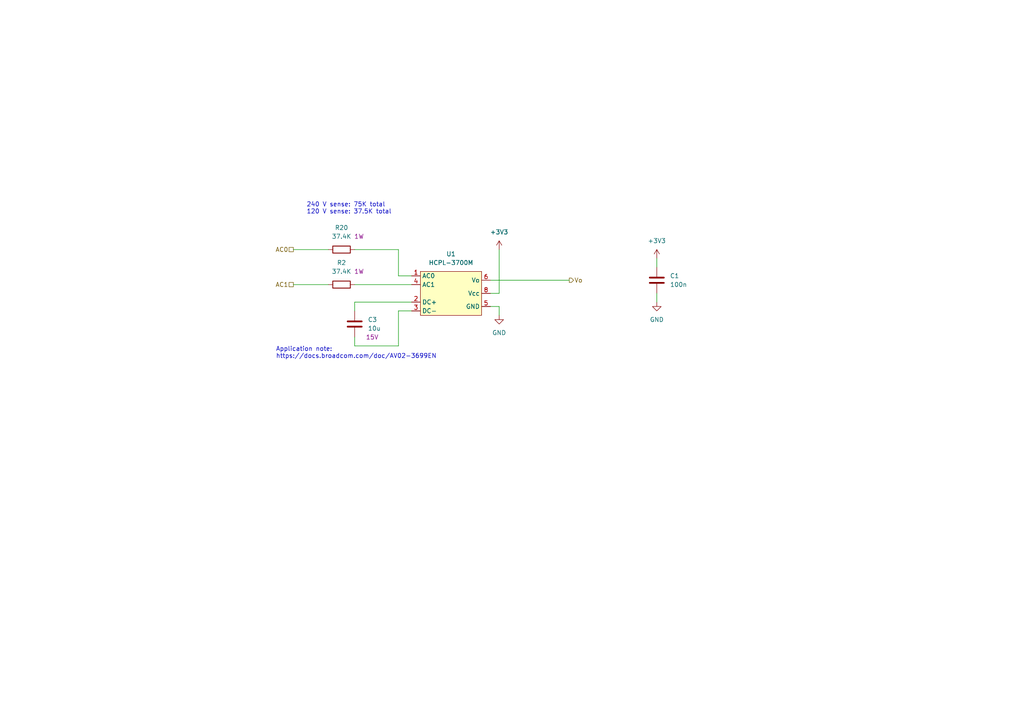
<source format=kicad_sch>
(kicad_sch (version 20230121) (generator eeschema)
  (paper "A4")
  (lib_symbols
    (symbol "Device:C" (pin_numbers hide) (pin_names (offset 0.254))
      (property "Reference" "C" (at 0.635 2.54 0))
      (property "Value" "C" (at 0.635 -2.54 0))
      (symbol "C_0_1"
        (polyline (pts (xy -2.032 -0.762) (xy 2.032 -0.762)) (stroke (width 0.508)))
        (polyline (pts (xy -2.032 0.762) (xy 2.032 0.762)) (stroke (width 0.508)))
      )
      (symbol "C_1_1"
        (pin passive line (at 0 3.81 270) (length 2.794) (name "~") (number "1"))
        (pin passive line (at 0 -3.81 90) (length 2.794) (name "~") (number "2"))
      )
    )
    (symbol "Device:R" (pin_numbers hide) (pin_names (offset 0))
      (property "Reference" "R" (at 2.032 0 90))
      (property "Value" "R" (at 0 0 90))
      (symbol "R_0_1"
        (rectangle (start -1.016 -2.54) (end 1.016 2.54) (stroke (width 0.254)))
      )
      (symbol "R_1_1"
        (pin passive line (at 0 3.81 270) (length 1.27) (name "~") (number "1"))
        (pin passive line (at 0 -3.81 90) (length 1.27) (name "~") (number "2"))
      )
    )
    (symbol "hcpl3700m:HCPL-3700M"
      (property "Reference" "U" (at -8.89 6.35 0))
      (property "Value" "HCPL-3700M" (at -8.89 3.81 0))
      (symbol "HCPL-3700M_1_1"
        (rectangle (start -8.89 2.54) (end 8.89 -10.16) (fill (type background)))
        (pin passive line (at -11.43 1.27 0) (length 2.54) (name "AC0") (number "1"))
        (pin passive line (at -11.43 -6.35 0) (length 2.54) (name "DC+") (number "2"))
        (pin passive line (at -11.43 -8.89 0) (length 2.54) (name "DC-") (number "3"))
        (pin passive line (at -11.43 -1.27 0) (length 2.54) (name "AC1") (number "4"))
        (pin passive line (at 11.43 -7.62 180) (length 2.54) (name "GND") (number "5"))
        (pin open_collector line (at 11.43 0 180) (length 2.54) (name "Vo") (number "6"))
        (pin power_in line (at 11.43 -3.81 180) (length 2.54) (name "Vcc") (number "8"))
      )
    )
    (symbol "power:+3V3" (power) (pin_names (offset 0))
      (property "Value" "+3V3" (at 0 3.556 0))
      (symbol "+3V3_0_1"
        (polyline (pts (xy -0.762 1.27) (xy 0 2.54)))
        (polyline (pts (xy 0 0) (xy 0 2.54)))
        (polyline (pts (xy 0 2.54) (xy 0.762 1.27)))
      )
      (symbol "+3V3_1_1"
        (pin power_in line (at 0 0 90) (length 0) hide (name "+3V3") (number "1"))
      )
    )
    (symbol "power:GND" (power) (pin_names (offset 0))
      (property "Value" "GND" (at 0 -3.81 0))
      (symbol "GND_0_1"
        (polyline (pts (xy 0 0) (xy 0 -1.27) (xy 1.27 -1.27) (xy 0 -2.54) (xy -1.27 -1.27) (xy 0 -1.27)))
      )
      (symbol "GND_1_1"
        (pin power_in line (at 0 0 270) (length 0) hide (name "GND") (number "1"))
      )
    )
  )
  (wire (pts (xy 115.57 90.17) (xy 119.38 90.17)))
  (wire (pts (xy 102.87 97.79) (xy 102.87 100.33)))
  (wire (pts (xy 102.87 82.55) (xy 119.38 82.55)))
  (wire (pts (xy 85.09 72.39) (xy 95.25 72.39)))
  (wire (pts (xy 115.57 72.39) (xy 115.57 80.01)))
  (wire (pts (xy 119.38 87.63) (xy 102.87 87.63)))
  (wire (pts (xy 115.57 100.33) (xy 115.57 90.17)))
  (wire (pts (xy 190.5 74.93) (xy 190.5 77.47)))
  (wire (pts (xy 142.24 81.28) (xy 165.1 81.28)))
  (wire (pts (xy 102.87 100.33) (xy 115.57 100.33)))
  (wire (pts (xy 144.78 88.9) (xy 144.78 91.44)))
  (wire (pts (xy 190.5 85.09) (xy 190.5 87.63)))
  (wire (pts (xy 115.57 80.01) (xy 119.38 80.01)))
  (wire (pts (xy 142.24 88.9) (xy 144.78 88.9)))
  (wire (pts (xy 142.24 85.09) (xy 144.78 85.09)))
  (wire (pts (xy 144.78 72.39) (xy 144.78 85.09)))
  (wire (pts (xy 102.87 87.63) (xy 102.87 90.17)))
  (wire (pts (xy 85.09 82.55) (xy 95.25 82.55)))
  (wire (pts (xy 102.87 72.39) (xy 115.57 72.39)))
  (text "Application note:\nhttps://docs.broadcom.com/doc/AV02-3699EN" (at 80.01 104.14 0) (effects (font (size 1.27 1.27)) (justify left bottom)))
  (text "240 V sense: 75K total\n120 V sense: 37.5K total" (at 88.9 62.23 0) (effects (font (size 1.27 1.27)) (justify left bottom)))
  (hierarchical_label "Vo" (shape output) (at 165.1 81.28 0))
  (hierarchical_label "AC1" (shape passive) (at 85.09 82.55 180))
  (hierarchical_label "AC0" (shape passive) (at 85.09 72.39 180))
  (symbol (lib_id "power:GND") (at 144.78 91.44 0) (unit 1)
    (property "Reference" "#PWR013" (effects hide))
    (property "Value" "GND" (at 144.78 96.52 0))
  )
  (symbol (lib_id "Device:C") (at 190.5 81.28 0) (unit 1)
    (property "Reference" "C1" (at 194.31 80.01 0) (effects (justify left)))
    (property "Value" "100n" (at 194.31 82.55 0) (effects (justify left)))
    (property "Footprint" "Capacitor_SMD:C_0402_1005Metric" (effects hide))
  )
  (symbol (lib_id "Device:R") (at 99.06 82.55 90) (unit 1)
    (property "Reference" "R2" (at 99.06 76.2 90))
    (property "Value" "37.4K" (at 99.06 78.74 90))
    (property "Footprint" "Resistor_SMD:R_2512_6332Metric" (effects hide))
    (property "Manufacturer" "Vishay" (effects hide))
    (property "MPN" "CRCW251237K4FKTH" (effects hide))
    (property "Power" "1W" (at 104.14 78.74 90))
  )
  (symbol (lib_id "hcpl3700m:HCPL-3700M") (at 130.81 81.28 0) (unit 1)
    (property "Reference" "U1" (at 130.81 73.66 0))
    (property "Value" "HCPL-3700M" (at 130.81 76.2 0))
    (property "Footprint" "Package_DIP:SMDIP-8_W7.62mm" (effects hide))
    (property "Datasheet" "https://www.onsemi.com/download/data-sheet/pdf/hcpl3700m-d.pdf" (effects hide))
  )
  (symbol (lib_id "power:+3V3") (at 144.78 72.39 0) (unit 1)
    (property "Reference" "#PWR014" (effects hide))
    (property "Value" "+3V3" (at 144.78 67.31 0))
  )
  (symbol (lib_id "Device:C") (at 102.87 93.98 0) (unit 1)
    (property "Reference" "C3" (at 106.68 92.71 0) (effects (justify left)))
    (property "Value" "10u" (at 106.68 95.25 0) (effects (justify left)))
    (property "Footprint" "Capacitor_SMD:C_0603_1608Metric" (effects hide))
    (property "Voltage" "15V" (at 107.95 97.79 0))
  )
  (symbol (lib_id "power:+3V3") (at 190.5 74.93 0) (unit 1)
    (property "Reference" "#PWR017" (effects hide))
    (property "Value" "+3V3" (at 190.5 69.85 0))
  )
  (symbol (lib_id "Device:R") (at 99.06 72.39 90) (unit 1)
    (property "Reference" "R20" (at 99.06 66.04 90))
    (property "Value" "37.4K" (at 99.06 68.58 90))
    (property "Footprint" "Resistor_SMD:R_2512_6332Metric" (effects hide))
    (property "Manufacturer" "Vishay" (effects hide))
    (property "MPN" "CRCW251237K4FKTH" (effects hide))
    (property "Power" "1W" (at 104.14 68.58 90))
  )
  (symbol (lib_id "power:GND") (at 190.5 87.63 0) (unit 1)
    (property "Reference" "#PWR019" (effects hide))
    (property "Value" "GND" (at 190.5 92.71 0))
  )
)
</source>
